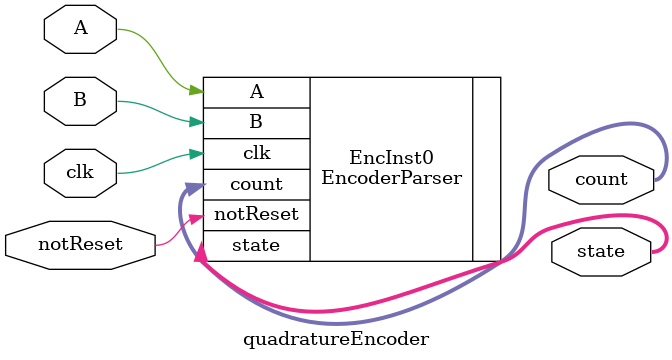
<source format=sv>
/*****************************************************************************/
/*****************************************************************************/
/* quadratureEncoder is the top-level design entity of this project.
 * A call to Tools --> Netlist Viewers --> RTL Viewer (in Quartus II) should
 * display the overall module structure.
 */
module quadratureEncoder(  input logic clk, A, B, notReset, 
                          output logic [1:0] state,
                          output logic [4:0] count);
    EncoderParser EncInst0( 
                            .clk(clk), .A(A), .B(B), .notReset(notReset),
                            .state(state), .count(count)); 

endmodule
								  

</source>
